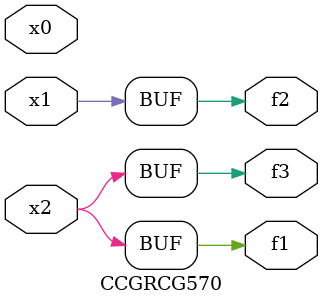
<source format=v>
module CCGRCG570(
	input x0, x1, x2,
	output f1, f2, f3
);
	assign f1 = x2;
	assign f2 = x1;
	assign f3 = x2;
endmodule

</source>
